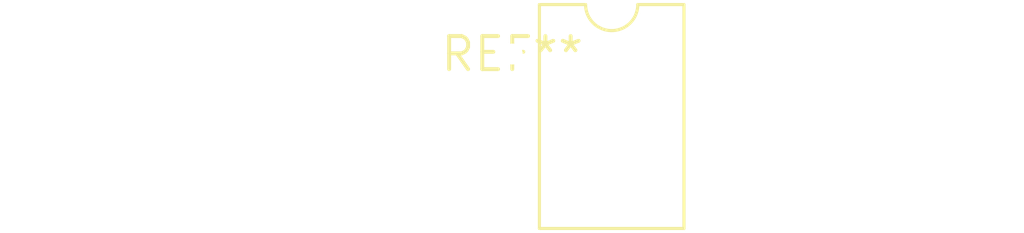
<source format=kicad_pcb>
(kicad_pcb (version 20240108) (generator pcbnew)
  (layers (0 "F.Cu" signal) (31 "B.Cu" signal) (34 "B.Paste" user) (35 "F.Paste" user) (36 "B.SilkS" user "B.Silkscreen") (37 "F.SilkS" user "F.Silkscreen") (38 "B.Mask" user) (39 "F.Mask" user) (44 "Edge.Cuts" user))
  (net 0 "")
  (footprint "Diode_Bridge_DIP-4_W7.62mm_P5.08mm" (layer "F.Cu") (at 0 0)
    (property "Reference" "REF**")
    (property "Value" "Diode_Bridge_DIP-4_W7.62mm_P5.08mm")
    (fp_line (start 1.04 -1.9) (end 1.04 6.7) (layer "F.SilkS") (stroke (width 0.12)))
    (fp_line (start 1.04 6.7) (end 6.58 6.7) (layer "F.SilkS") (stroke (width 0.12)))
    (fp_line (start 2.81 -1.9) (end 1.04 -1.9) (layer "F.SilkS") (stroke (width 0.12)))
    (fp_line (start 6.58 -1.9) (end 4.81 -1.9) (layer "F.SilkS") (stroke (width 0.12)))
    (fp_line (start 6.58 6.7) (end 6.58 -1.9) (layer "F.SilkS") (stroke (width 0.12)))
    (fp_arc (start 4.81 -1.9) (mid 3.81 -0.9) (end 2.81 -1.9) (layer "F.SilkS") (stroke (width 0.12)))
    (pad "1" thru_hole rect (at 0 0) (size 1.6 1.6) (drill 0.8) (layers *.Cu *.Mask) (remove_unused_layers))
    (pad "2" thru_hole oval (at 0 5.08) (size 1.6 1.6) (drill 0.8) (layers *.Cu *.Mask) (remove_unused_layers))
    (pad "3" thru_hole oval (at 7.62 5.08) (size 1.6 1.6) (drill 0.8) (layers *.Cu *.Mask) (remove_unused_layers))
    (pad "4" thru_hole oval (at 7.62 0) (size 1.6 1.6) (drill 0.8) (layers *.Cu *.Mask) (remove_unused_layers))
  )
)
</source>
